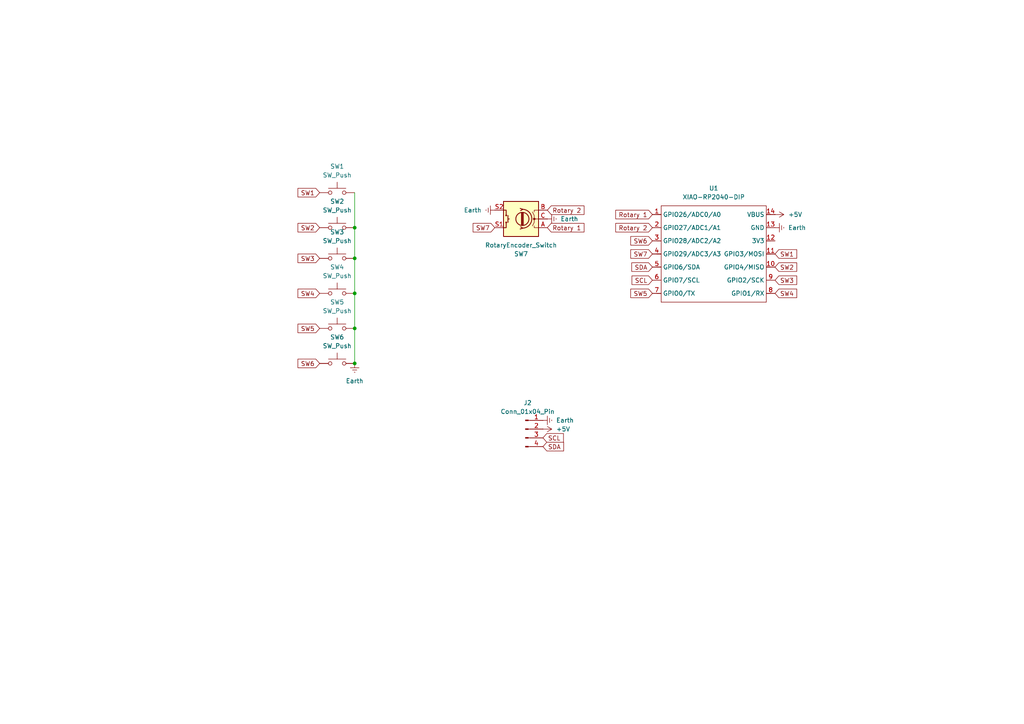
<source format=kicad_sch>
(kicad_sch
	(version 20250114)
	(generator "eeschema")
	(generator_version "9.0")
	(uuid "0748909a-822e-4115-9619-a64ac3095ee3")
	(paper "A4")
	(lib_symbols
		(symbol "Connector:Conn_01x04_Pin"
			(pin_names
				(offset 1.016)
				(hide yes)
			)
			(exclude_from_sim no)
			(in_bom yes)
			(on_board yes)
			(property "Reference" "J"
				(at 0 5.08 0)
				(effects
					(font
						(size 1.27 1.27)
					)
				)
			)
			(property "Value" "Conn_01x04_Pin"
				(at 0 -7.62 0)
				(effects
					(font
						(size 1.27 1.27)
					)
				)
			)
			(property "Footprint" ""
				(at 0 0 0)
				(effects
					(font
						(size 1.27 1.27)
					)
					(hide yes)
				)
			)
			(property "Datasheet" "~"
				(at 0 0 0)
				(effects
					(font
						(size 1.27 1.27)
					)
					(hide yes)
				)
			)
			(property "Description" "Generic connector, single row, 01x04, script generated"
				(at 0 0 0)
				(effects
					(font
						(size 1.27 1.27)
					)
					(hide yes)
				)
			)
			(property "ki_locked" ""
				(at 0 0 0)
				(effects
					(font
						(size 1.27 1.27)
					)
				)
			)
			(property "ki_keywords" "connector"
				(at 0 0 0)
				(effects
					(font
						(size 1.27 1.27)
					)
					(hide yes)
				)
			)
			(property "ki_fp_filters" "Connector*:*_1x??_*"
				(at 0 0 0)
				(effects
					(font
						(size 1.27 1.27)
					)
					(hide yes)
				)
			)
			(symbol "Conn_01x04_Pin_1_1"
				(rectangle
					(start 0.8636 2.667)
					(end 0 2.413)
					(stroke
						(width 0.1524)
						(type default)
					)
					(fill
						(type outline)
					)
				)
				(rectangle
					(start 0.8636 0.127)
					(end 0 -0.127)
					(stroke
						(width 0.1524)
						(type default)
					)
					(fill
						(type outline)
					)
				)
				(rectangle
					(start 0.8636 -2.413)
					(end 0 -2.667)
					(stroke
						(width 0.1524)
						(type default)
					)
					(fill
						(type outline)
					)
				)
				(rectangle
					(start 0.8636 -4.953)
					(end 0 -5.207)
					(stroke
						(width 0.1524)
						(type default)
					)
					(fill
						(type outline)
					)
				)
				(polyline
					(pts
						(xy 1.27 2.54) (xy 0.8636 2.54)
					)
					(stroke
						(width 0.1524)
						(type default)
					)
					(fill
						(type none)
					)
				)
				(polyline
					(pts
						(xy 1.27 0) (xy 0.8636 0)
					)
					(stroke
						(width 0.1524)
						(type default)
					)
					(fill
						(type none)
					)
				)
				(polyline
					(pts
						(xy 1.27 -2.54) (xy 0.8636 -2.54)
					)
					(stroke
						(width 0.1524)
						(type default)
					)
					(fill
						(type none)
					)
				)
				(polyline
					(pts
						(xy 1.27 -5.08) (xy 0.8636 -5.08)
					)
					(stroke
						(width 0.1524)
						(type default)
					)
					(fill
						(type none)
					)
				)
				(pin passive line
					(at 5.08 2.54 180)
					(length 3.81)
					(name "Pin_1"
						(effects
							(font
								(size 1.27 1.27)
							)
						)
					)
					(number "1"
						(effects
							(font
								(size 1.27 1.27)
							)
						)
					)
				)
				(pin passive line
					(at 5.08 0 180)
					(length 3.81)
					(name "Pin_2"
						(effects
							(font
								(size 1.27 1.27)
							)
						)
					)
					(number "2"
						(effects
							(font
								(size 1.27 1.27)
							)
						)
					)
				)
				(pin passive line
					(at 5.08 -2.54 180)
					(length 3.81)
					(name "Pin_3"
						(effects
							(font
								(size 1.27 1.27)
							)
						)
					)
					(number "3"
						(effects
							(font
								(size 1.27 1.27)
							)
						)
					)
				)
				(pin passive line
					(at 5.08 -5.08 180)
					(length 3.81)
					(name "Pin_4"
						(effects
							(font
								(size 1.27 1.27)
							)
						)
					)
					(number "4"
						(effects
							(font
								(size 1.27 1.27)
							)
						)
					)
				)
			)
			(embedded_fonts no)
		)
		(symbol "Device:RotaryEncoder_Switch"
			(pin_names
				(offset 0.254)
				(hide yes)
			)
			(exclude_from_sim no)
			(in_bom yes)
			(on_board yes)
			(property "Reference" "SW"
				(at 0 6.604 0)
				(effects
					(font
						(size 1.27 1.27)
					)
				)
			)
			(property "Value" "RotaryEncoder_Switch"
				(at 0 -6.604 0)
				(effects
					(font
						(size 1.27 1.27)
					)
				)
			)
			(property "Footprint" ""
				(at -3.81 4.064 0)
				(effects
					(font
						(size 1.27 1.27)
					)
					(hide yes)
				)
			)
			(property "Datasheet" "~"
				(at 0 6.604 0)
				(effects
					(font
						(size 1.27 1.27)
					)
					(hide yes)
				)
			)
			(property "Description" "Rotary encoder, dual channel, incremental quadrate outputs, with switch"
				(at 0 0 0)
				(effects
					(font
						(size 1.27 1.27)
					)
					(hide yes)
				)
			)
			(property "ki_keywords" "rotary switch encoder switch push button"
				(at 0 0 0)
				(effects
					(font
						(size 1.27 1.27)
					)
					(hide yes)
				)
			)
			(property "ki_fp_filters" "RotaryEncoder*Switch*"
				(at 0 0 0)
				(effects
					(font
						(size 1.27 1.27)
					)
					(hide yes)
				)
			)
			(symbol "RotaryEncoder_Switch_0_1"
				(rectangle
					(start -5.08 5.08)
					(end 5.08 -5.08)
					(stroke
						(width 0.254)
						(type default)
					)
					(fill
						(type background)
					)
				)
				(polyline
					(pts
						(xy -5.08 2.54) (xy -3.81 2.54) (xy -3.81 2.032)
					)
					(stroke
						(width 0)
						(type default)
					)
					(fill
						(type none)
					)
				)
				(polyline
					(pts
						(xy -5.08 0) (xy -3.81 0) (xy -3.81 -1.016) (xy -3.302 -2.032)
					)
					(stroke
						(width 0)
						(type default)
					)
					(fill
						(type none)
					)
				)
				(polyline
					(pts
						(xy -5.08 -2.54) (xy -3.81 -2.54) (xy -3.81 -2.032)
					)
					(stroke
						(width 0)
						(type default)
					)
					(fill
						(type none)
					)
				)
				(polyline
					(pts
						(xy -4.318 0) (xy -3.81 0) (xy -3.81 1.016) (xy -3.302 2.032)
					)
					(stroke
						(width 0)
						(type default)
					)
					(fill
						(type none)
					)
				)
				(circle
					(center -3.81 0)
					(radius 0.254)
					(stroke
						(width 0)
						(type default)
					)
					(fill
						(type outline)
					)
				)
				(polyline
					(pts
						(xy -0.635 -1.778) (xy -0.635 1.778)
					)
					(stroke
						(width 0.254)
						(type default)
					)
					(fill
						(type none)
					)
				)
				(circle
					(center -0.381 0)
					(radius 1.905)
					(stroke
						(width 0.254)
						(type default)
					)
					(fill
						(type none)
					)
				)
				(polyline
					(pts
						(xy -0.381 -1.778) (xy -0.381 1.778)
					)
					(stroke
						(width 0.254)
						(type default)
					)
					(fill
						(type none)
					)
				)
				(arc
					(start -0.381 -2.794)
					(mid -3.0988 -0.0635)
					(end -0.381 2.667)
					(stroke
						(width 0.254)
						(type default)
					)
					(fill
						(type none)
					)
				)
				(polyline
					(pts
						(xy -0.127 1.778) (xy -0.127 -1.778)
					)
					(stroke
						(width 0.254)
						(type default)
					)
					(fill
						(type none)
					)
				)
				(polyline
					(pts
						(xy 0.254 2.921) (xy -0.508 2.667) (xy 0.127 2.286)
					)
					(stroke
						(width 0.254)
						(type default)
					)
					(fill
						(type none)
					)
				)
				(polyline
					(pts
						(xy 0.254 -3.048) (xy -0.508 -2.794) (xy 0.127 -2.413)
					)
					(stroke
						(width 0.254)
						(type default)
					)
					(fill
						(type none)
					)
				)
				(polyline
					(pts
						(xy 3.81 1.016) (xy 3.81 -1.016)
					)
					(stroke
						(width 0.254)
						(type default)
					)
					(fill
						(type none)
					)
				)
				(polyline
					(pts
						(xy 3.81 0) (xy 3.429 0)
					)
					(stroke
						(width 0.254)
						(type default)
					)
					(fill
						(type none)
					)
				)
				(circle
					(center 4.318 1.016)
					(radius 0.127)
					(stroke
						(width 0.254)
						(type default)
					)
					(fill
						(type none)
					)
				)
				(circle
					(center 4.318 -1.016)
					(radius 0.127)
					(stroke
						(width 0.254)
						(type default)
					)
					(fill
						(type none)
					)
				)
				(polyline
					(pts
						(xy 5.08 2.54) (xy 4.318 2.54) (xy 4.318 1.016)
					)
					(stroke
						(width 0.254)
						(type default)
					)
					(fill
						(type none)
					)
				)
				(polyline
					(pts
						(xy 5.08 -2.54) (xy 4.318 -2.54) (xy 4.318 -1.016)
					)
					(stroke
						(width 0.254)
						(type default)
					)
					(fill
						(type none)
					)
				)
			)
			(symbol "RotaryEncoder_Switch_1_1"
				(pin passive line
					(at -7.62 2.54 0)
					(length 2.54)
					(name "A"
						(effects
							(font
								(size 1.27 1.27)
							)
						)
					)
					(number "A"
						(effects
							(font
								(size 1.27 1.27)
							)
						)
					)
				)
				(pin passive line
					(at -7.62 0 0)
					(length 2.54)
					(name "C"
						(effects
							(font
								(size 1.27 1.27)
							)
						)
					)
					(number "C"
						(effects
							(font
								(size 1.27 1.27)
							)
						)
					)
				)
				(pin passive line
					(at -7.62 -2.54 0)
					(length 2.54)
					(name "B"
						(effects
							(font
								(size 1.27 1.27)
							)
						)
					)
					(number "B"
						(effects
							(font
								(size 1.27 1.27)
							)
						)
					)
				)
				(pin passive line
					(at 7.62 2.54 180)
					(length 2.54)
					(name "S1"
						(effects
							(font
								(size 1.27 1.27)
							)
						)
					)
					(number "S1"
						(effects
							(font
								(size 1.27 1.27)
							)
						)
					)
				)
				(pin passive line
					(at 7.62 -2.54 180)
					(length 2.54)
					(name "S2"
						(effects
							(font
								(size 1.27 1.27)
							)
						)
					)
					(number "S2"
						(effects
							(font
								(size 1.27 1.27)
							)
						)
					)
				)
			)
			(embedded_fonts no)
		)
		(symbol "OPL:XIAO-RP2040-DIP"
			(exclude_from_sim no)
			(in_bom yes)
			(on_board yes)
			(property "Reference" "U"
				(at 0 0 0)
				(effects
					(font
						(size 1.27 1.27)
					)
				)
			)
			(property "Value" "XIAO-RP2040-DIP"
				(at 5.334 -1.778 0)
				(effects
					(font
						(size 1.27 1.27)
					)
				)
			)
			(property "Footprint" "Module:MOUDLE14P-XIAO-DIP-SMD"
				(at 14.478 -32.258 0)
				(effects
					(font
						(size 1.27 1.27)
					)
					(hide yes)
				)
			)
			(property "Datasheet" ""
				(at 0 0 0)
				(effects
					(font
						(size 1.27 1.27)
					)
					(hide yes)
				)
			)
			(property "Description" ""
				(at 0 0 0)
				(effects
					(font
						(size 1.27 1.27)
					)
					(hide yes)
				)
			)
			(symbol "XIAO-RP2040-DIP_1_0"
				(polyline
					(pts
						(xy -1.27 -2.54) (xy 29.21 -2.54)
					)
					(stroke
						(width 0.1524)
						(type solid)
					)
					(fill
						(type none)
					)
				)
				(polyline
					(pts
						(xy -1.27 -5.08) (xy -2.54 -5.08)
					)
					(stroke
						(width 0.1524)
						(type solid)
					)
					(fill
						(type none)
					)
				)
				(polyline
					(pts
						(xy -1.27 -5.08) (xy -1.27 -2.54)
					)
					(stroke
						(width 0.1524)
						(type solid)
					)
					(fill
						(type none)
					)
				)
				(polyline
					(pts
						(xy -1.27 -8.89) (xy -2.54 -8.89)
					)
					(stroke
						(width 0.1524)
						(type solid)
					)
					(fill
						(type none)
					)
				)
				(polyline
					(pts
						(xy -1.27 -8.89) (xy -1.27 -5.08)
					)
					(stroke
						(width 0.1524)
						(type solid)
					)
					(fill
						(type none)
					)
				)
				(polyline
					(pts
						(xy -1.27 -12.7) (xy -2.54 -12.7)
					)
					(stroke
						(width 0.1524)
						(type solid)
					)
					(fill
						(type none)
					)
				)
				(polyline
					(pts
						(xy -1.27 -12.7) (xy -1.27 -8.89)
					)
					(stroke
						(width 0.1524)
						(type solid)
					)
					(fill
						(type none)
					)
				)
				(polyline
					(pts
						(xy -1.27 -16.51) (xy -2.54 -16.51)
					)
					(stroke
						(width 0.1524)
						(type solid)
					)
					(fill
						(type none)
					)
				)
				(polyline
					(pts
						(xy -1.27 -16.51) (xy -1.27 -12.7)
					)
					(stroke
						(width 0.1524)
						(type solid)
					)
					(fill
						(type none)
					)
				)
				(polyline
					(pts
						(xy -1.27 -20.32) (xy -2.54 -20.32)
					)
					(stroke
						(width 0.1524)
						(type solid)
					)
					(fill
						(type none)
					)
				)
				(polyline
					(pts
						(xy -1.27 -24.13) (xy -2.54 -24.13)
					)
					(stroke
						(width 0.1524)
						(type solid)
					)
					(fill
						(type none)
					)
				)
				(polyline
					(pts
						(xy -1.27 -27.94) (xy -2.54 -27.94)
					)
					(stroke
						(width 0.1524)
						(type solid)
					)
					(fill
						(type none)
					)
				)
				(polyline
					(pts
						(xy -1.27 -30.48) (xy -1.27 -16.51)
					)
					(stroke
						(width 0.1524)
						(type solid)
					)
					(fill
						(type none)
					)
				)
				(polyline
					(pts
						(xy 29.21 -2.54) (xy 29.21 -5.08)
					)
					(stroke
						(width 0.1524)
						(type solid)
					)
					(fill
						(type none)
					)
				)
				(polyline
					(pts
						(xy 29.21 -5.08) (xy 29.21 -8.89)
					)
					(stroke
						(width 0.1524)
						(type solid)
					)
					(fill
						(type none)
					)
				)
				(polyline
					(pts
						(xy 29.21 -8.89) (xy 29.21 -12.7)
					)
					(stroke
						(width 0.1524)
						(type solid)
					)
					(fill
						(type none)
					)
				)
				(polyline
					(pts
						(xy 29.21 -12.7) (xy 29.21 -30.48)
					)
					(stroke
						(width 0.1524)
						(type solid)
					)
					(fill
						(type none)
					)
				)
				(polyline
					(pts
						(xy 29.21 -30.48) (xy -1.27 -30.48)
					)
					(stroke
						(width 0.1524)
						(type solid)
					)
					(fill
						(type none)
					)
				)
				(polyline
					(pts
						(xy 30.48 -5.08) (xy 29.21 -5.08)
					)
					(stroke
						(width 0.1524)
						(type solid)
					)
					(fill
						(type none)
					)
				)
				(polyline
					(pts
						(xy 30.48 -8.89) (xy 29.21 -8.89)
					)
					(stroke
						(width 0.1524)
						(type solid)
					)
					(fill
						(type none)
					)
				)
				(polyline
					(pts
						(xy 30.48 -12.7) (xy 29.21 -12.7)
					)
					(stroke
						(width 0.1524)
						(type solid)
					)
					(fill
						(type none)
					)
				)
				(polyline
					(pts
						(xy 30.48 -16.51) (xy 29.21 -16.51)
					)
					(stroke
						(width 0.1524)
						(type solid)
					)
					(fill
						(type none)
					)
				)
				(polyline
					(pts
						(xy 30.48 -20.32) (xy 29.21 -20.32)
					)
					(stroke
						(width 0.1524)
						(type solid)
					)
					(fill
						(type none)
					)
				)
				(polyline
					(pts
						(xy 30.48 -24.13) (xy 29.21 -24.13)
					)
					(stroke
						(width 0.1524)
						(type solid)
					)
					(fill
						(type none)
					)
				)
				(polyline
					(pts
						(xy 30.48 -27.94) (xy 29.21 -27.94)
					)
					(stroke
						(width 0.1524)
						(type solid)
					)
					(fill
						(type none)
					)
				)
				(pin passive line
					(at -3.81 -5.08 0)
					(length 2.54)
					(name "GPIO26/ADC0/A0"
						(effects
							(font
								(size 1.27 1.27)
							)
						)
					)
					(number "1"
						(effects
							(font
								(size 1.27 1.27)
							)
						)
					)
				)
				(pin passive line
					(at -3.81 -8.89 0)
					(length 2.54)
					(name "GPIO27/ADC1/A1"
						(effects
							(font
								(size 1.27 1.27)
							)
						)
					)
					(number "2"
						(effects
							(font
								(size 1.27 1.27)
							)
						)
					)
				)
				(pin passive line
					(at -3.81 -12.7 0)
					(length 2.54)
					(name "GPIO28/ADC2/A2"
						(effects
							(font
								(size 1.27 1.27)
							)
						)
					)
					(number "3"
						(effects
							(font
								(size 1.27 1.27)
							)
						)
					)
				)
				(pin passive line
					(at -3.81 -16.51 0)
					(length 2.54)
					(name "GPIO29/ADC3/A3"
						(effects
							(font
								(size 1.27 1.27)
							)
						)
					)
					(number "4"
						(effects
							(font
								(size 1.27 1.27)
							)
						)
					)
				)
				(pin passive line
					(at -3.81 -20.32 0)
					(length 2.54)
					(name "GPIO6/SDA"
						(effects
							(font
								(size 1.27 1.27)
							)
						)
					)
					(number "5"
						(effects
							(font
								(size 1.27 1.27)
							)
						)
					)
				)
				(pin passive line
					(at -3.81 -24.13 0)
					(length 2.54)
					(name "GPIO7/SCL"
						(effects
							(font
								(size 1.27 1.27)
							)
						)
					)
					(number "6"
						(effects
							(font
								(size 1.27 1.27)
							)
						)
					)
				)
				(pin passive line
					(at -3.81 -27.94 0)
					(length 2.54)
					(name "GPIO0/TX"
						(effects
							(font
								(size 1.27 1.27)
							)
						)
					)
					(number "7"
						(effects
							(font
								(size 1.27 1.27)
							)
						)
					)
				)
				(pin passive line
					(at 31.75 -5.08 180)
					(length 2.54)
					(name "VBUS"
						(effects
							(font
								(size 1.27 1.27)
							)
						)
					)
					(number "14"
						(effects
							(font
								(size 1.27 1.27)
							)
						)
					)
				)
				(pin passive line
					(at 31.75 -8.89 180)
					(length 2.54)
					(name "GND"
						(effects
							(font
								(size 1.27 1.27)
							)
						)
					)
					(number "13"
						(effects
							(font
								(size 1.27 1.27)
							)
						)
					)
				)
				(pin passive line
					(at 31.75 -12.7 180)
					(length 2.54)
					(name "3V3"
						(effects
							(font
								(size 1.27 1.27)
							)
						)
					)
					(number "12"
						(effects
							(font
								(size 1.27 1.27)
							)
						)
					)
				)
				(pin passive line
					(at 31.75 -16.51 180)
					(length 2.54)
					(name "GPIO3/MOSI"
						(effects
							(font
								(size 1.27 1.27)
							)
						)
					)
					(number "11"
						(effects
							(font
								(size 1.27 1.27)
							)
						)
					)
				)
				(pin passive line
					(at 31.75 -20.32 180)
					(length 2.54)
					(name "GPIO4/MISO"
						(effects
							(font
								(size 1.27 1.27)
							)
						)
					)
					(number "10"
						(effects
							(font
								(size 1.27 1.27)
							)
						)
					)
				)
				(pin passive line
					(at 31.75 -24.13 180)
					(length 2.54)
					(name "GPIO2/SCK"
						(effects
							(font
								(size 1.27 1.27)
							)
						)
					)
					(number "9"
						(effects
							(font
								(size 1.27 1.27)
							)
						)
					)
				)
				(pin passive line
					(at 31.75 -27.94 180)
					(length 2.54)
					(name "GPIO1/RX"
						(effects
							(font
								(size 1.27 1.27)
							)
						)
					)
					(number "8"
						(effects
							(font
								(size 1.27 1.27)
							)
						)
					)
				)
			)
			(embedded_fonts no)
		)
		(symbol "Switch:SW_Push"
			(pin_numbers
				(hide yes)
			)
			(pin_names
				(offset 1.016)
				(hide yes)
			)
			(exclude_from_sim no)
			(in_bom yes)
			(on_board yes)
			(property "Reference" "SW"
				(at 1.27 2.54 0)
				(effects
					(font
						(size 1.27 1.27)
					)
					(justify left)
				)
			)
			(property "Value" "SW_Push"
				(at 0 -1.524 0)
				(effects
					(font
						(size 1.27 1.27)
					)
				)
			)
			(property "Footprint" ""
				(at 0 5.08 0)
				(effects
					(font
						(size 1.27 1.27)
					)
					(hide yes)
				)
			)
			(property "Datasheet" "~"
				(at 0 5.08 0)
				(effects
					(font
						(size 1.27 1.27)
					)
					(hide yes)
				)
			)
			(property "Description" "Push button switch, generic, two pins"
				(at 0 0 0)
				(effects
					(font
						(size 1.27 1.27)
					)
					(hide yes)
				)
			)
			(property "ki_keywords" "switch normally-open pushbutton push-button"
				(at 0 0 0)
				(effects
					(font
						(size 1.27 1.27)
					)
					(hide yes)
				)
			)
			(symbol "SW_Push_0_1"
				(circle
					(center -2.032 0)
					(radius 0.508)
					(stroke
						(width 0)
						(type default)
					)
					(fill
						(type none)
					)
				)
				(polyline
					(pts
						(xy 0 1.27) (xy 0 3.048)
					)
					(stroke
						(width 0)
						(type default)
					)
					(fill
						(type none)
					)
				)
				(circle
					(center 2.032 0)
					(radius 0.508)
					(stroke
						(width 0)
						(type default)
					)
					(fill
						(type none)
					)
				)
				(polyline
					(pts
						(xy 2.54 1.27) (xy -2.54 1.27)
					)
					(stroke
						(width 0)
						(type default)
					)
					(fill
						(type none)
					)
				)
				(pin passive line
					(at -5.08 0 0)
					(length 2.54)
					(name "1"
						(effects
							(font
								(size 1.27 1.27)
							)
						)
					)
					(number "1"
						(effects
							(font
								(size 1.27 1.27)
							)
						)
					)
				)
				(pin passive line
					(at 5.08 0 180)
					(length 2.54)
					(name "2"
						(effects
							(font
								(size 1.27 1.27)
							)
						)
					)
					(number "2"
						(effects
							(font
								(size 1.27 1.27)
							)
						)
					)
				)
			)
			(embedded_fonts no)
		)
		(symbol "power:+5V"
			(power)
			(pin_numbers
				(hide yes)
			)
			(pin_names
				(offset 0)
				(hide yes)
			)
			(exclude_from_sim no)
			(in_bom yes)
			(on_board yes)
			(property "Reference" "#PWR"
				(at 0 -3.81 0)
				(effects
					(font
						(size 1.27 1.27)
					)
					(hide yes)
				)
			)
			(property "Value" "+5V"
				(at 0 3.556 0)
				(effects
					(font
						(size 1.27 1.27)
					)
				)
			)
			(property "Footprint" ""
				(at 0 0 0)
				(effects
					(font
						(size 1.27 1.27)
					)
					(hide yes)
				)
			)
			(property "Datasheet" ""
				(at 0 0 0)
				(effects
					(font
						(size 1.27 1.27)
					)
					(hide yes)
				)
			)
			(property "Description" "Power symbol creates a global label with name \"+5V\""
				(at 0 0 0)
				(effects
					(font
						(size 1.27 1.27)
					)
					(hide yes)
				)
			)
			(property "ki_keywords" "global power"
				(at 0 0 0)
				(effects
					(font
						(size 1.27 1.27)
					)
					(hide yes)
				)
			)
			(symbol "+5V_0_1"
				(polyline
					(pts
						(xy -0.762 1.27) (xy 0 2.54)
					)
					(stroke
						(width 0)
						(type default)
					)
					(fill
						(type none)
					)
				)
				(polyline
					(pts
						(xy 0 2.54) (xy 0.762 1.27)
					)
					(stroke
						(width 0)
						(type default)
					)
					(fill
						(type none)
					)
				)
				(polyline
					(pts
						(xy 0 0) (xy 0 2.54)
					)
					(stroke
						(width 0)
						(type default)
					)
					(fill
						(type none)
					)
				)
			)
			(symbol "+5V_1_1"
				(pin power_in line
					(at 0 0 90)
					(length 0)
					(name "~"
						(effects
							(font
								(size 1.27 1.27)
							)
						)
					)
					(number "1"
						(effects
							(font
								(size 1.27 1.27)
							)
						)
					)
				)
			)
			(embedded_fonts no)
		)
		(symbol "power:Earth"
			(power)
			(pin_numbers
				(hide yes)
			)
			(pin_names
				(offset 0)
				(hide yes)
			)
			(exclude_from_sim no)
			(in_bom yes)
			(on_board yes)
			(property "Reference" "#PWR"
				(at 0 -6.35 0)
				(effects
					(font
						(size 1.27 1.27)
					)
					(hide yes)
				)
			)
			(property "Value" "Earth"
				(at 0 -3.81 0)
				(effects
					(font
						(size 1.27 1.27)
					)
				)
			)
			(property "Footprint" ""
				(at 0 0 0)
				(effects
					(font
						(size 1.27 1.27)
					)
					(hide yes)
				)
			)
			(property "Datasheet" "~"
				(at 0 0 0)
				(effects
					(font
						(size 1.27 1.27)
					)
					(hide yes)
				)
			)
			(property "Description" "Power symbol creates a global label with name \"Earth\""
				(at 0 0 0)
				(effects
					(font
						(size 1.27 1.27)
					)
					(hide yes)
				)
			)
			(property "ki_keywords" "global ground gnd"
				(at 0 0 0)
				(effects
					(font
						(size 1.27 1.27)
					)
					(hide yes)
				)
			)
			(symbol "Earth_0_1"
				(polyline
					(pts
						(xy -0.635 -1.905) (xy 0.635 -1.905)
					)
					(stroke
						(width 0)
						(type default)
					)
					(fill
						(type none)
					)
				)
				(polyline
					(pts
						(xy -0.127 -2.54) (xy 0.127 -2.54)
					)
					(stroke
						(width 0)
						(type default)
					)
					(fill
						(type none)
					)
				)
				(polyline
					(pts
						(xy 0 -1.27) (xy 0 0)
					)
					(stroke
						(width 0)
						(type default)
					)
					(fill
						(type none)
					)
				)
				(polyline
					(pts
						(xy 1.27 -1.27) (xy -1.27 -1.27)
					)
					(stroke
						(width 0)
						(type default)
					)
					(fill
						(type none)
					)
				)
			)
			(symbol "Earth_1_1"
				(pin power_in line
					(at 0 0 270)
					(length 0)
					(name "~"
						(effects
							(font
								(size 1.27 1.27)
							)
						)
					)
					(number "1"
						(effects
							(font
								(size 1.27 1.27)
							)
						)
					)
				)
			)
			(embedded_fonts no)
		)
	)
	(junction
		(at 102.87 74.93)
		(diameter 0)
		(color 0 0 0 0)
		(uuid "03efb032-5972-4bfe-a49a-912efeab0bfb")
	)
	(junction
		(at 102.87 105.41)
		(diameter 0)
		(color 0 0 0 0)
		(uuid "3875c425-0f67-4969-b9ed-fb1aee239f0f")
	)
	(junction
		(at 102.87 95.25)
		(diameter 0)
		(color 0 0 0 0)
		(uuid "3ff94470-f03a-4e7c-b2af-b4a0b540dd82")
	)
	(junction
		(at 102.87 66.04)
		(diameter 0)
		(color 0 0 0 0)
		(uuid "5962012b-2441-499c-9c91-c3ededc0487d")
	)
	(junction
		(at 102.87 85.09)
		(diameter 0)
		(color 0 0 0 0)
		(uuid "68f23cfb-5cd2-446d-a533-c21e0ef4e080")
	)
	(wire
		(pts
			(xy 102.87 55.88) (xy 102.87 66.04)
		)
		(stroke
			(width 0)
			(type default)
		)
		(uuid "37b73fa3-79a6-4313-a8a5-f9d12a37c142")
	)
	(wire
		(pts
			(xy 102.87 85.09) (xy 102.87 95.25)
		)
		(stroke
			(width 0)
			(type default)
		)
		(uuid "a9127bf6-8633-4b50-9342-2237253b0169")
	)
	(wire
		(pts
			(xy 102.87 74.93) (xy 102.87 85.09)
		)
		(stroke
			(width 0)
			(type default)
		)
		(uuid "b1706f28-1838-43b0-a0cc-941d4c27153c")
	)
	(wire
		(pts
			(xy 102.87 66.04) (xy 102.87 74.93)
		)
		(stroke
			(width 0)
			(type default)
		)
		(uuid "dd6630f2-8f35-4792-8890-2adfa9216ece")
	)
	(wire
		(pts
			(xy 102.87 95.25) (xy 102.87 105.41)
		)
		(stroke
			(width 0)
			(type default)
		)
		(uuid "eaed9a55-f4db-49fc-accf-c1a5e43100a9")
	)
	(global_label "SW3"
		(shape input)
		(at 224.79 81.28 0)
		(fields_autoplaced yes)
		(effects
			(font
				(size 1.27 1.27)
			)
			(justify left)
		)
		(uuid "19d42f70-d243-4fdb-af8d-dd9cb6e54996")
		(property "Intersheetrefs" "${INTERSHEET_REFS}"
			(at 231.6456 81.28 0)
			(effects
				(font
					(size 1.27 1.27)
				)
				(justify left)
				(hide yes)
			)
		)
	)
	(global_label "Rotary 2"
		(shape input)
		(at 158.75 60.96 0)
		(fields_autoplaced yes)
		(effects
			(font
				(size 1.27 1.27)
			)
			(justify left)
		)
		(uuid "325aaad1-664b-47b3-a56c-515f4820d554")
		(property "Intersheetrefs" "${INTERSHEET_REFS}"
			(at 165.2428 60.96 0)
			(effects
				(font
					(size 1.27 1.27)
				)
				(justify left)
				(hide yes)
			)
		)
	)
	(global_label "SW1"
		(shape input)
		(at 92.71 55.88 180)
		(fields_autoplaced yes)
		(effects
			(font
				(size 1.27 1.27)
			)
			(justify right)
		)
		(uuid "54939d49-b5c7-44ba-bc36-c52fc628ca0a")
		(property "Intersheetrefs" "${INTERSHEET_REFS}"
			(at 85.8544 55.88 0)
			(effects
				(font
					(size 1.27 1.27)
				)
				(justify right)
				(hide yes)
			)
		)
	)
	(global_label "SW5"
		(shape input)
		(at 189.23 85.09 180)
		(fields_autoplaced yes)
		(effects
			(font
				(size 1.27 1.27)
			)
			(justify right)
		)
		(uuid "5cb8b9c5-2aa8-4efb-801d-55dc5799b001")
		(property "Intersheetrefs" "${INTERSHEET_REFS}"
			(at 182.3744 85.09 0)
			(effects
				(font
					(size 1.27 1.27)
				)
				(justify right)
				(hide yes)
			)
		)
	)
	(global_label "SCL"
		(shape input)
		(at 189.23 81.28 180)
		(fields_autoplaced yes)
		(effects
			(font
				(size 1.27 1.27)
			)
			(justify right)
		)
		(uuid "5e3da54d-c799-4da8-b2f7-ccc42545040b")
		(property "Intersheetrefs" "${INTERSHEET_REFS}"
			(at 182.7372 81.28 0)
			(effects
				(font
					(size 1.27 1.27)
				)
				(justify right)
				(hide yes)
			)
		)
	)
	(global_label "SDA"
		(shape input)
		(at 189.23 77.47 180)
		(fields_autoplaced yes)
		(effects
			(font
				(size 1.27 1.27)
			)
			(justify right)
		)
		(uuid "64c30b85-cb93-475b-9b2e-2e71d17d0c8c")
		(property "Intersheetrefs" "${INTERSHEET_REFS}"
			(at 182.6767 77.47 0)
			(effects
				(font
					(size 1.27 1.27)
				)
				(justify right)
				(hide yes)
			)
		)
	)
	(global_label "SW7"
		(shape input)
		(at 189.23 73.66 180)
		(fields_autoplaced yes)
		(effects
			(font
				(size 1.27 1.27)
			)
			(justify right)
		)
		(uuid "6507bc82-12bb-4f87-bc4c-d300a02c97ae")
		(property "Intersheetrefs" "${INTERSHEET_REFS}"
			(at 182.3744 73.66 0)
			(effects
				(font
					(size 1.27 1.27)
				)
				(justify right)
				(hide yes)
			)
		)
	)
	(global_label "SW6"
		(shape input)
		(at 92.71 105.41 180)
		(fields_autoplaced yes)
		(effects
			(font
				(size 1.27 1.27)
			)
			(justify right)
		)
		(uuid "81357dfb-cee7-4924-ab17-000bd7d88888")
		(property "Intersheetrefs" "${INTERSHEET_REFS}"
			(at 85.8544 105.41 0)
			(effects
				(font
					(size 1.27 1.27)
				)
				(justify right)
				(hide yes)
			)
		)
	)
	(global_label "SW1"
		(shape input)
		(at 224.79 73.66 0)
		(fields_autoplaced yes)
		(effects
			(font
				(size 1.27 1.27)
			)
			(justify left)
		)
		(uuid "8542cc14-30f3-41c0-b454-73e01fdf98a4")
		(property "Intersheetrefs" "${INTERSHEET_REFS}"
			(at 231.6456 73.66 0)
			(effects
				(font
					(size 1.27 1.27)
				)
				(justify left)
				(hide yes)
			)
		)
	)
	(global_label "SW4"
		(shape input)
		(at 224.79 85.09 0)
		(fields_autoplaced yes)
		(effects
			(font
				(size 1.27 1.27)
			)
			(justify left)
		)
		(uuid "9cc23318-733e-4181-96d7-6fb50e0cb878")
		(property "Intersheetrefs" "${INTERSHEET_REFS}"
			(at 231.6456 85.09 0)
			(effects
				(font
					(size 1.27 1.27)
				)
				(justify left)
				(hide yes)
			)
		)
	)
	(global_label "SW3"
		(shape input)
		(at 92.71 74.93 180)
		(fields_autoplaced yes)
		(effects
			(font
				(size 1.27 1.27)
			)
			(justify right)
		)
		(uuid "aca175e0-e141-44e4-8027-d2a4345eb91a")
		(property "Intersheetrefs" "${INTERSHEET_REFS}"
			(at 85.8544 74.93 0)
			(effects
				(font
					(size 1.27 1.27)
				)
				(justify right)
				(hide yes)
			)
		)
	)
	(global_label "Rotary 1"
		(shape input)
		(at 158.75 66.04 0)
		(fields_autoplaced yes)
		(effects
			(font
				(size 1.27 1.27)
			)
			(justify left)
		)
		(uuid "af524774-c300-4214-9e3a-e8850f481670")
		(property "Intersheetrefs" "${INTERSHEET_REFS}"
			(at 165.2428 66.04 0)
			(effects
				(font
					(size 1.27 1.27)
				)
				(justify left)
				(hide yes)
			)
		)
	)
	(global_label "SW5"
		(shape input)
		(at 92.71 95.25 180)
		(fields_autoplaced yes)
		(effects
			(font
				(size 1.27 1.27)
			)
			(justify right)
		)
		(uuid "af759906-ce51-4450-8823-414c25a11e23")
		(property "Intersheetrefs" "${INTERSHEET_REFS}"
			(at 85.8544 95.25 0)
			(effects
				(font
					(size 1.27 1.27)
				)
				(justify right)
				(hide yes)
			)
		)
	)
	(global_label "SW7"
		(shape input)
		(at 143.51 66.04 180)
		(fields_autoplaced yes)
		(effects
			(font
				(size 1.27 1.27)
			)
			(justify right)
		)
		(uuid "b60491f2-04a7-4b65-964c-299d89af2f05")
		(property "Intersheetrefs" "${INTERSHEET_REFS}"
			(at 136.6544 66.04 0)
			(effects
				(font
					(size 1.27 1.27)
				)
				(justify right)
				(hide yes)
			)
		)
	)
	(global_label "Rotary 1"
		(shape input)
		(at 189.23 62.23 180)
		(fields_autoplaced yes)
		(effects
			(font
				(size 1.27 1.27)
			)
			(justify right)
		)
		(uuid "c0c70cca-2335-44dd-80c3-dcd6dcb37fbd")
		(property "Intersheetrefs" "${INTERSHEET_REFS}"
			(at 178.0202 62.23 0)
			(effects
				(font
					(size 1.27 1.27)
				)
				(justify right)
				(hide yes)
			)
		)
	)
	(global_label "SW4"
		(shape input)
		(at 92.71 85.09 180)
		(fields_autoplaced yes)
		(effects
			(font
				(size 1.27 1.27)
			)
			(justify right)
		)
		(uuid "d087ecff-f2fd-4253-b046-79a3ce6fb020")
		(property "Intersheetrefs" "${INTERSHEET_REFS}"
			(at 85.8544 85.09 0)
			(effects
				(font
					(size 1.27 1.27)
				)
				(justify right)
				(hide yes)
			)
		)
	)
	(global_label "Rotary 2"
		(shape input)
		(at 189.23 66.04 180)
		(fields_autoplaced yes)
		(effects
			(font
				(size 1.27 1.27)
			)
			(justify right)
		)
		(uuid "dace1b62-b4e9-4a0f-8a07-d57e8768700e")
		(property "Intersheetrefs" "${INTERSHEET_REFS}"
			(at 178.0202 66.04 0)
			(effects
				(font
					(size 1.27 1.27)
				)
				(justify right)
				(hide yes)
			)
		)
	)
	(global_label "SDA"
		(shape input)
		(at 157.48 129.54 0)
		(fields_autoplaced yes)
		(effects
			(font
				(size 1.27 1.27)
			)
			(justify left)
		)
		(uuid "db39984f-1329-46a2-8642-fa70f73ea5b9")
		(property "Intersheetrefs" "${INTERSHEET_REFS}"
			(at 164.0333 129.54 0)
			(effects
				(font
					(size 1.27 1.27)
				)
				(justify left)
				(hide yes)
			)
		)
	)
	(global_label "SW2"
		(shape input)
		(at 224.79 77.47 0)
		(fields_autoplaced yes)
		(effects
			(font
				(size 1.27 1.27)
			)
			(justify left)
		)
		(uuid "e2b93950-86e6-4b40-a6cd-7a048b05a3b0")
		(property "Intersheetrefs" "${INTERSHEET_REFS}"
			(at 231.6456 77.47 0)
			(effects
				(font
					(size 1.27 1.27)
				)
				(justify left)
				(hide yes)
			)
		)
	)
	(global_label "SCL"
		(shape input)
		(at 157.48 127 0)
		(fields_autoplaced yes)
		(effects
			(font
				(size 1.27 1.27)
			)
			(justify left)
		)
		(uuid "e3075930-f1b4-4518-b416-2a429a8f836e")
		(property "Intersheetrefs" "${INTERSHEET_REFS}"
			(at 163.9728 127 0)
			(effects
				(font
					(size 1.27 1.27)
				)
				(justify left)
				(hide yes)
			)
		)
	)
	(global_label "SW6"
		(shape input)
		(at 189.23 69.85 180)
		(fields_autoplaced yes)
		(effects
			(font
				(size 1.27 1.27)
			)
			(justify right)
		)
		(uuid "f198efce-95a4-4fa9-98ce-74f3483daaf8")
		(property "Intersheetrefs" "${INTERSHEET_REFS}"
			(at 182.3744 69.85 0)
			(effects
				(font
					(size 1.27 1.27)
				)
				(justify right)
				(hide yes)
			)
		)
	)
	(global_label "SW2"
		(shape input)
		(at 92.71 66.04 180)
		(fields_autoplaced yes)
		(effects
			(font
				(size 1.27 1.27)
			)
			(justify right)
		)
		(uuid "fb7a20a5-fffc-4ecf-8f99-3055e1331248")
		(property "Intersheetrefs" "${INTERSHEET_REFS}"
			(at 85.8544 66.04 0)
			(effects
				(font
					(size 1.27 1.27)
				)
				(justify right)
				(hide yes)
			)
		)
	)
	(symbol
		(lib_id "power:Earth")
		(at 143.51 60.96 270)
		(unit 1)
		(exclude_from_sim no)
		(in_bom yes)
		(on_board yes)
		(dnp no)
		(fields_autoplaced yes)
		(uuid "110cced5-4988-4c5b-9774-1bc1441b91e4")
		(property "Reference" "#PWR0102"
			(at 137.16 60.96 0)
			(effects
				(font
					(size 1.27 1.27)
				)
				(hide yes)
			)
		)
		(property "Value" "Earth"
			(at 139.7 60.9599 90)
			(effects
				(font
					(size 1.27 1.27)
				)
				(justify right)
			)
		)
		(property "Footprint" ""
			(at 143.51 60.96 0)
			(effects
				(font
					(size 1.27 1.27)
				)
				(hide yes)
			)
		)
		(property "Datasheet" "~"
			(at 143.51 60.96 0)
			(effects
				(font
					(size 1.27 1.27)
				)
				(hide yes)
			)
		)
		(property "Description" "Power symbol creates a global label with name \"Earth\""
			(at 143.51 60.96 0)
			(effects
				(font
					(size 1.27 1.27)
				)
				(hide yes)
			)
		)
		(pin "1"
			(uuid "ec4115ad-5990-4c4d-a70b-de4a6c96285a")
		)
		(instances
			(project ""
				(path "/0748909a-822e-4115-9619-a64ac3095ee3"
					(reference "#PWR0102")
					(unit 1)
				)
			)
			(project ""
				(path "/0bb801f0-7483-4c50-bb57-2059259889eb"
					(reference "#PWR06")
					(unit 1)
				)
			)
		)
	)
	(symbol
		(lib_id "power:+5V")
		(at 224.79 62.23 270)
		(unit 1)
		(exclude_from_sim no)
		(in_bom yes)
		(on_board yes)
		(dnp no)
		(fields_autoplaced yes)
		(uuid "17d670cc-0cd6-4028-9d48-5e24898ec83d")
		(property "Reference" "#PWR0104"
			(at 220.98 62.23 0)
			(effects
				(font
					(size 1.27 1.27)
				)
				(hide yes)
			)
		)
		(property "Value" "+5V"
			(at 228.6 62.2299 90)
			(effects
				(font
					(size 1.27 1.27)
				)
				(justify left)
			)
		)
		(property "Footprint" ""
			(at 224.79 62.23 0)
			(effects
				(font
					(size 1.27 1.27)
				)
				(hide yes)
			)
		)
		(property "Datasheet" ""
			(at 224.79 62.23 0)
			(effects
				(font
					(size 1.27 1.27)
				)
				(hide yes)
			)
		)
		(property "Description" "Power symbol creates a global label with name \"+5V\""
			(at 224.79 62.23 0)
			(effects
				(font
					(size 1.27 1.27)
				)
				(hide yes)
			)
		)
		(pin "1"
			(uuid "32512904-424c-4918-a876-aef7cea9bfe8")
		)
		(instances
			(project ""
				(path "/0748909a-822e-4115-9619-a64ac3095ee3"
					(reference "#PWR0104")
					(unit 1)
				)
			)
			(project ""
				(path "/0bb801f0-7483-4c50-bb57-2059259889eb"
					(reference "#PWR03")
					(unit 1)
				)
			)
		)
	)
	(symbol
		(lib_id "power:Earth")
		(at 157.48 121.92 90)
		(unit 1)
		(exclude_from_sim no)
		(in_bom yes)
		(on_board yes)
		(dnp no)
		(fields_autoplaced yes)
		(uuid "39c37f21-931f-4564-9a3b-eb67d37be1fe")
		(property "Reference" "#PWR0108"
			(at 163.83 121.92 0)
			(effects
				(font
					(size 1.27 1.27)
				)
				(hide yes)
			)
		)
		(property "Value" "Earth"
			(at 161.29 121.9199 90)
			(effects
				(font
					(size 1.27 1.27)
				)
				(justify right)
			)
		)
		(property "Footprint" ""
			(at 157.48 121.92 0)
			(effects
				(font
					(size 1.27 1.27)
				)
				(hide yes)
			)
		)
		(property "Datasheet" "~"
			(at 157.48 121.92 0)
			(effects
				(font
					(size 1.27 1.27)
				)
				(hide yes)
			)
		)
		(property "Description" "Power symbol creates a global label with name \"Earth\""
			(at 157.48 121.92 0)
			(effects
				(font
					(size 1.27 1.27)
				)
				(hide yes)
			)
		)
		(pin "1"
			(uuid "4a6f120a-07a9-4eb5-995c-6dab8dce01ba")
		)
		(instances
			(project ""
				(path "/0748909a-822e-4115-9619-a64ac3095ee3"
					(reference "#PWR0108")
					(unit 1)
				)
			)
			(project "Commiemacro"
				(path "/0bb801f0-7483-4c50-bb57-2059259889eb"
					(reference "#PWR010")
					(unit 1)
				)
			)
		)
	)
	(symbol
		(lib_id "Connector:Conn_01x04_Pin")
		(at 152.4 124.46 0)
		(unit 1)
		(exclude_from_sim no)
		(in_bom yes)
		(on_board yes)
		(dnp no)
		(fields_autoplaced yes)
		(uuid "4c07542f-efeb-4a07-9d68-13b6ef195aca")
		(property "Reference" "J2"
			(at 153.035 116.84 0)
			(effects
				(font
					(size 1.27 1.27)
				)
			)
		)
		(property "Value" "Conn_01x04_Pin"
			(at 153.035 119.38 0)
			(effects
				(font
					(size 1.27 1.27)
				)
			)
		)
		(property "Footprint" "Connector:NS-Tech_Grove_1x04_P2mm_Vertical"
			(at 152.4 124.46 0)
			(effects
				(font
					(size 1.27 1.27)
				)
				(hide yes)
			)
		)
		(property "Datasheet" "~"
			(at 152.4 124.46 0)
			(effects
				(font
					(size 1.27 1.27)
				)
				(hide yes)
			)
		)
		(property "Description" "Generic connector, single row, 01x04, script generated"
			(at 152.4 124.46 0)
			(effects
				(font
					(size 1.27 1.27)
				)
				(hide yes)
			)
		)
		(pin "1"
			(uuid "c418bf73-a5a6-44c1-bf6f-92d627993b40")
		)
		(pin "2"
			(uuid "260a4a24-7d71-4204-af3b-313595d44203")
		)
		(pin "3"
			(uuid "bc2bb46f-2f49-4067-9fc5-ebb3ebf39b70")
		)
		(pin "4"
			(uuid "820721d3-2080-47bf-8649-6db66378f373")
		)
		(instances
			(project ""
				(path "/0748909a-822e-4115-9619-a64ac3095ee3"
					(reference "J2")
					(unit 1)
				)
			)
			(project "Commiemacro"
				(path "/0bb801f0-7483-4c50-bb57-2059259889eb"
					(reference "J3")
					(unit 1)
				)
			)
		)
	)
	(symbol
		(lib_id "Switch:SW_Push")
		(at 97.79 95.25 0)
		(unit 1)
		(exclude_from_sim no)
		(in_bom yes)
		(on_board yes)
		(dnp no)
		(fields_autoplaced yes)
		(uuid "4d441cb8-deda-4d62-8ca3-9561c5b89a72")
		(property "Reference" "SW5"
			(at 97.79 87.63 0)
			(effects
				(font
					(size 1.27 1.27)
				)
			)
		)
		(property "Value" "SW_Push"
			(at 97.79 90.17 0)
			(effects
				(font
					(size 1.27 1.27)
				)
			)
		)
		(property "Footprint" "Button_Switch_Keyboard:SW_Cherry_MX_1.00u_PCB"
			(at 97.79 90.17 0)
			(effects
				(font
					(size 1.27 1.27)
				)
				(hide yes)
			)
		)
		(property "Datasheet" "~"
			(at 97.79 90.17 0)
			(effects
				(font
					(size 1.27 1.27)
				)
				(hide yes)
			)
		)
		(property "Description" "Push button switch, generic, two pins"
			(at 97.79 95.25 0)
			(effects
				(font
					(size 1.27 1.27)
				)
				(hide yes)
			)
		)
		(pin "1"
			(uuid "2ceba948-6bcb-4d83-b11c-0357c5fbbe65")
		)
		(pin "2"
			(uuid "fcf5533d-224c-473e-b9f7-9873ce438c55")
		)
		(instances
			(project ""
				(path "/0748909a-822e-4115-9619-a64ac3095ee3"
					(reference "SW5")
					(unit 1)
				)
			)
			(project ""
				(path "/0bb801f0-7483-4c50-bb57-2059259889eb"
					(reference "SW3")
					(unit 1)
				)
			)
		)
	)
	(symbol
		(lib_id "power:Earth")
		(at 224.79 66.04 90)
		(unit 1)
		(exclude_from_sim no)
		(in_bom yes)
		(on_board yes)
		(dnp no)
		(fields_autoplaced yes)
		(uuid "51d5fc61-9a66-4729-8fac-807f465d6272")
		(property "Reference" "#PWR0105"
			(at 231.14 66.04 0)
			(effects
				(font
					(size 1.27 1.27)
				)
				(hide yes)
			)
		)
		(property "Value" "Earth"
			(at 228.6 66.0399 90)
			(effects
				(font
					(size 1.27 1.27)
				)
				(justify right)
			)
		)
		(property "Footprint" ""
			(at 224.79 66.04 0)
			(effects
				(font
					(size 1.27 1.27)
				)
				(hide yes)
			)
		)
		(property "Datasheet" "~"
			(at 224.79 66.04 0)
			(effects
				(font
					(size 1.27 1.27)
				)
				(hide yes)
			)
		)
		(property "Description" "Power symbol creates a global label with name \"Earth\""
			(at 224.79 66.04 0)
			(effects
				(font
					(size 1.27 1.27)
				)
				(hide yes)
			)
		)
		(pin "1"
			(uuid "84a0610b-4868-4aff-89c1-500b9ed1af93")
		)
		(instances
			(project ""
				(path "/0748909a-822e-4115-9619-a64ac3095ee3"
					(reference "#PWR0105")
					(unit 1)
				)
			)
			(project ""
				(path "/0bb801f0-7483-4c50-bb57-2059259889eb"
					(reference "#PWR02")
					(unit 1)
				)
			)
		)
	)
	(symbol
		(lib_id "power:Earth")
		(at 158.75 63.5 90)
		(unit 1)
		(exclude_from_sim no)
		(in_bom yes)
		(on_board yes)
		(dnp no)
		(fields_autoplaced yes)
		(uuid "6c124beb-1cc2-48ab-8367-6bc3870c6fa1")
		(property "Reference" "#PWR0103"
			(at 165.1 63.5 0)
			(effects
				(font
					(size 1.27 1.27)
				)
				(hide yes)
			)
		)
		(property "Value" "Earth"
			(at 162.56 63.5001 90)
			(effects
				(font
					(size 1.27 1.27)
				)
				(justify right)
			)
		)
		(property "Footprint" ""
			(at 158.75 63.5 0)
			(effects
				(font
					(size 1.27 1.27)
				)
				(hide yes)
			)
		)
		(property "Datasheet" "~"
			(at 158.75 63.5 0)
			(effects
				(font
					(size 1.27 1.27)
				)
				(hide yes)
			)
		)
		(property "Description" "Power symbol creates a global label with name \"Earth\""
			(at 158.75 63.5 0)
			(effects
				(font
					(size 1.27 1.27)
				)
				(hide yes)
			)
		)
		(pin "1"
			(uuid "305c22ec-d84b-4dc3-9ef4-931a20192dff")
		)
		(instances
			(project ""
				(path "/0748909a-822e-4115-9619-a64ac3095ee3"
					(reference "#PWR0103")
					(unit 1)
				)
			)
			(project ""
				(path "/0bb801f0-7483-4c50-bb57-2059259889eb"
					(reference "#PWR07")
					(unit 1)
				)
			)
		)
	)
	(symbol
		(lib_id "Switch:SW_Push")
		(at 97.79 74.93 0)
		(unit 1)
		(exclude_from_sim no)
		(in_bom yes)
		(on_board yes)
		(dnp no)
		(fields_autoplaced yes)
		(uuid "8232b683-6f9f-4b61-a4ed-117b3decbbc9")
		(property "Reference" "SW3"
			(at 97.79 67.31 0)
			(effects
				(font
					(size 1.27 1.27)
				)
			)
		)
		(property "Value" "SW_Push"
			(at 97.79 69.85 0)
			(effects
				(font
					(size 1.27 1.27)
				)
			)
		)
		(property "Footprint" "Button_Switch_Keyboard:SW_Cherry_MX_1.00u_PCB"
			(at 97.79 69.85 0)
			(effects
				(font
					(size 1.27 1.27)
				)
				(hide yes)
			)
		)
		(property "Datasheet" "~"
			(at 97.79 69.85 0)
			(effects
				(font
					(size 1.27 1.27)
				)
				(hide yes)
			)
		)
		(property "Description" "Push button switch, generic, two pins"
			(at 97.79 74.93 0)
			(effects
				(font
					(size 1.27 1.27)
				)
				(hide yes)
			)
		)
		(pin "1"
			(uuid "14db2154-d410-4757-879e-d9cdc7b9f12d")
		)
		(pin "2"
			(uuid "cc4cca4c-aaa3-47de-886b-89dfabaa9e47")
		)
		(instances
			(project ""
				(path "/0748909a-822e-4115-9619-a64ac3095ee3"
					(reference "SW3")
					(unit 1)
				)
			)
			(project ""
				(path "/0bb801f0-7483-4c50-bb57-2059259889eb"
					(reference "SW5")
					(unit 1)
				)
			)
		)
	)
	(symbol
		(lib_id "Device:RotaryEncoder_Switch")
		(at 151.13 63.5 180)
		(unit 1)
		(exclude_from_sim no)
		(in_bom yes)
		(on_board yes)
		(dnp no)
		(fields_autoplaced yes)
		(uuid "be93ee67-fdee-47b1-bc3c-fcfd06084344")
		(property "Reference" "SW7"
			(at 151.13 73.66 0)
			(effects
				(font
					(size 1.27 1.27)
				)
			)
		)
		(property "Value" "RotaryEncoder_Switch"
			(at 151.13 71.12 0)
			(effects
				(font
					(size 1.27 1.27)
				)
			)
		)
		(property "Footprint" "Rotary_Encoder:RotaryEncoder_Alps_EC11E-Switch_Vertical_H20mm"
			(at 154.94 67.564 0)
			(effects
				(font
					(size 1.27 1.27)
				)
				(hide yes)
			)
		)
		(property "Datasheet" "~"
			(at 151.13 70.104 0)
			(effects
				(font
					(size 1.27 1.27)
				)
				(hide yes)
			)
		)
		(property "Description" "Rotary encoder, dual channel, incremental quadrate outputs, with switch"
			(at 151.13 63.5 0)
			(effects
				(font
					(size 1.27 1.27)
				)
				(hide yes)
			)
		)
		(pin "S1"
			(uuid "c565c5b7-882f-46bd-9a9b-b7656f167212")
		)
		(pin "A"
			(uuid "ebbf1caf-9962-4357-8c4e-e08b9261f918")
		)
		(pin "B"
			(uuid "935ad858-33e3-4a92-8f52-877306e27585")
		)
		(pin "S2"
			(uuid "dc3c1441-9689-4887-9e1a-f3ec804354ea")
		)
		(pin "C"
			(uuid "fc217d73-2946-425f-b8d6-1390e414f9ae")
		)
		(instances
			(project ""
				(path "/0748909a-822e-4115-9619-a64ac3095ee3"
					(reference "SW7")
					(unit 1)
				)
			)
			(project ""
				(path "/0bb801f0-7483-4c50-bb57-2059259889eb"
					(reference "SW7")
					(unit 1)
				)
			)
		)
	)
	(symbol
		(lib_id "Switch:SW_Push")
		(at 97.79 105.41 0)
		(unit 1)
		(exclude_from_sim no)
		(in_bom yes)
		(on_board yes)
		(dnp no)
		(fields_autoplaced yes)
		(uuid "c0bc9340-6d51-4260-9061-9cebe031ffde")
		(property "Reference" "SW6"
			(at 97.79 97.79 0)
			(effects
				(font
					(size 1.27 1.27)
				)
			)
		)
		(property "Value" "SW_Push"
			(at 97.79 100.33 0)
			(effects
				(font
					(size 1.27 1.27)
				)
			)
		)
		(property "Footprint" "Button_Switch_Keyboard:SW_Cherry_MX_1.00u_PCB"
			(at 97.79 100.33 0)
			(effects
				(font
					(size 1.27 1.27)
				)
				(hide yes)
			)
		)
		(property "Datasheet" "~"
			(at 97.79 100.33 0)
			(effects
				(font
					(size 1.27 1.27)
				)
				(hide yes)
			)
		)
		(property "Description" "Push button switch, generic, two pins"
			(at 97.79 105.41 0)
			(effects
				(font
					(size 1.27 1.27)
				)
				(hide yes)
			)
		)
		(pin "1"
			(uuid "51eb9054-71a9-49c3-a5bd-5030acf9f88d")
		)
		(pin "2"
			(uuid "6af290c9-8940-4c4e-9126-302a003e4be1")
		)
		(instances
			(project ""
				(path "/0748909a-822e-4115-9619-a64ac3095ee3"
					(reference "SW6")
					(unit 1)
				)
			)
			(project ""
				(path "/0bb801f0-7483-4c50-bb57-2059259889eb"
					(reference "SW6")
					(unit 1)
				)
			)
		)
	)
	(symbol
		(lib_id "OPL:XIAO-RP2040-DIP")
		(at 193.04 57.15 0)
		(unit 1)
		(exclude_from_sim no)
		(in_bom yes)
		(on_board yes)
		(dnp no)
		(fields_autoplaced yes)
		(uuid "c21a1f34-aa90-447e-b1bd-64349635c17f")
		(property "Reference" "U1"
			(at 207.01 54.61 0)
			(effects
				(font
					(size 1.27 1.27)
				)
			)
		)
		(property "Value" "XIAO-RP2040-DIP"
			(at 207.01 57.15 0)
			(effects
				(font
					(size 1.27 1.27)
				)
			)
		)
		(property "Footprint" "OPL:XIAO-RP2040-DIP"
			(at 207.518 89.408 0)
			(effects
				(font
					(size 1.27 1.27)
				)
				(hide yes)
			)
		)
		(property "Datasheet" ""
			(at 193.04 57.15 0)
			(effects
				(font
					(size 1.27 1.27)
				)
				(hide yes)
			)
		)
		(property "Description" ""
			(at 193.04 57.15 0)
			(effects
				(font
					(size 1.27 1.27)
				)
				(hide yes)
			)
		)
		(pin "1"
			(uuid "a8779fcb-af95-4421-b76a-e04ad92d26f5")
		)
		(pin "11"
			(uuid "e817e4e6-8de4-4e4b-b7b0-043bb4d60c86")
		)
		(pin "9"
			(uuid "7c638814-af69-42ec-841e-48449126cd29")
		)
		(pin "12"
			(uuid "604dffb8-fbeb-45e8-ac9e-cb35f2f49fe2")
		)
		(pin "2"
			(uuid "e88b0282-6b3f-48f5-96eb-8e7a53db201b")
		)
		(pin "4"
			(uuid "b434f29c-3455-4062-bcd5-a6b0db0bc092")
		)
		(pin "5"
			(uuid "a7b46db3-5b03-4e7f-a249-66442d556f0c")
		)
		(pin "7"
			(uuid "09188b87-fd93-45ce-9f8a-73486be6c6cb")
		)
		(pin "13"
			(uuid "90f44168-5d78-42d8-bfb1-53be07fc43f3")
		)
		(pin "14"
			(uuid "6639f96a-b227-452d-a950-af3bd094d389")
		)
		(pin "3"
			(uuid "85b402f9-8880-4221-a138-c282b24fdf36")
		)
		(pin "10"
			(uuid "27e889d7-068c-47f5-a86c-a12b2bff9512")
		)
		(pin "8"
			(uuid "666461a9-7744-4be4-9e8b-cb40a8df35f6")
		)
		(pin "6"
			(uuid "7304bff5-72a1-427f-b2c3-0ef75d1af13a")
		)
		(instances
			(project ""
				(path "/0748909a-822e-4115-9619-a64ac3095ee3"
					(reference "U1")
					(unit 1)
				)
			)
			(project ""
				(path "/0bb801f0-7483-4c50-bb57-2059259889eb"
					(reference "U1")
					(unit 1)
				)
			)
		)
	)
	(symbol
		(lib_id "power:Earth")
		(at 102.87 105.41 0)
		(unit 1)
		(exclude_from_sim no)
		(in_bom yes)
		(on_board yes)
		(dnp no)
		(fields_autoplaced yes)
		(uuid "c6683fe3-d8b2-4218-8f06-9f6d1106ff09")
		(property "Reference" "#PWR0101"
			(at 102.87 111.76 0)
			(effects
				(font
					(size 1.27 1.27)
				)
				(hide yes)
			)
		)
		(property "Value" "Earth"
			(at 102.87 110.49 0)
			(effects
				(font
					(size 1.27 1.27)
				)
			)
		)
		(property "Footprint" ""
			(at 102.87 105.41 0)
			(effects
				(font
					(size 1.27 1.27)
				)
				(hide yes)
			)
		)
		(property "Datasheet" "~"
			(at 102.87 105.41 0)
			(effects
				(font
					(size 1.27 1.27)
				)
				(hide yes)
			)
		)
		(property "Description" "Power symbol creates a global label with name \"Earth\""
			(at 102.87 105.41 0)
			(effects
				(font
					(size 1.27 1.27)
				)
				(hide yes)
			)
		)
		(pin "1"
			(uuid "96771eac-9279-4e49-bfec-911dcf82c4c2")
		)
		(instances
			(project ""
				(path "/0748909a-822e-4115-9619-a64ac3095ee3"
					(reference "#PWR0101")
					(unit 1)
				)
			)
			(project ""
				(path "/0bb801f0-7483-4c50-bb57-2059259889eb"
					(reference "#PWR01")
					(unit 1)
				)
			)
		)
	)
	(symbol
		(lib_id "Switch:SW_Push")
		(at 97.79 66.04 0)
		(unit 1)
		(exclude_from_sim no)
		(in_bom yes)
		(on_board yes)
		(dnp no)
		(fields_autoplaced yes)
		(uuid "cf2041b4-9700-4ead-abee-193a2070371d")
		(property "Reference" "SW2"
			(at 97.79 58.42 0)
			(effects
				(font
					(size 1.27 1.27)
				)
			)
		)
		(property "Value" "SW_Push"
			(at 97.79 60.96 0)
			(effects
				(font
					(size 1.27 1.27)
				)
			)
		)
		(property "Footprint" "Button_Switch_Keyboard:SW_Cherry_MX_1.00u_PCB"
			(at 97.79 60.96 0)
			(effects
				(font
					(size 1.27 1.27)
				)
				(hide yes)
			)
		)
		(property "Datasheet" "~"
			(at 97.79 60.96 0)
			(effects
				(font
					(size 1.27 1.27)
				)
				(hide yes)
			)
		)
		(property "Description" "Push button switch, generic, two pins"
			(at 97.79 66.04 0)
			(effects
				(font
					(size 1.27 1.27)
				)
				(hide yes)
			)
		)
		(pin "1"
			(uuid "f566cd70-bbea-43c0-bfcc-d2de859a16bd")
		)
		(pin "2"
			(uuid "cc8d7d31-336d-4afd-9bb4-d735a5807e96")
		)
		(instances
			(project ""
				(path "/0748909a-822e-4115-9619-a64ac3095ee3"
					(reference "SW2")
					(unit 1)
				)
			)
			(project ""
				(path "/0bb801f0-7483-4c50-bb57-2059259889eb"
					(reference "SW4")
					(unit 1)
				)
			)
		)
	)
	(symbol
		(lib_id "power:+5V")
		(at 157.48 124.46 270)
		(unit 1)
		(exclude_from_sim no)
		(in_bom yes)
		(on_board yes)
		(dnp no)
		(fields_autoplaced yes)
		(uuid "d6ec8701-d3aa-48bf-8cbc-b9b7a4345161")
		(property "Reference" "#PWR0109"
			(at 153.67 124.46 0)
			(effects
				(font
					(size 1.27 1.27)
				)
				(hide yes)
			)
		)
		(property "Value" "+5V"
			(at 161.29 124.4599 90)
			(effects
				(font
					(size 1.27 1.27)
				)
				(justify left)
			)
		)
		(property "Footprint" ""
			(at 157.48 124.46 0)
			(effects
				(font
					(size 1.27 1.27)
				)
				(hide yes)
			)
		)
		(property "Datasheet" ""
			(at 157.48 124.46 0)
			(effects
				(font
					(size 1.27 1.27)
				)
				(hide yes)
			)
		)
		(property "Description" "Power symbol creates a global label with name \"+5V\""
			(at 157.48 124.46 0)
			(effects
				(font
					(size 1.27 1.27)
				)
				(hide yes)
			)
		)
		(pin "1"
			(uuid "6210081c-d9f1-4f4c-ae0e-8d92147711e5")
		)
		(instances
			(project ""
				(path "/0748909a-822e-4115-9619-a64ac3095ee3"
					(reference "#PWR0109")
					(unit 1)
				)
			)
			(project "Commiemacro"
				(path "/0bb801f0-7483-4c50-bb57-2059259889eb"
					(reference "#PWR011")
					(unit 1)
				)
			)
		)
	)
	(symbol
		(lib_id "Switch:SW_Push")
		(at 97.79 85.09 0)
		(unit 1)
		(exclude_from_sim no)
		(in_bom yes)
		(on_board yes)
		(dnp no)
		(fields_autoplaced yes)
		(uuid "d8026c35-1a90-4813-b00c-b2e5675c86ad")
		(property "Reference" "SW4"
			(at 97.79 77.47 0)
			(effects
				(font
					(size 1.27 1.27)
				)
			)
		)
		(property "Value" "SW_Push"
			(at 97.79 80.01 0)
			(effects
				(font
					(size 1.27 1.27)
				)
			)
		)
		(property "Footprint" "Button_Switch_Keyboard:SW_Cherry_MX_1.00u_PCB"
			(at 97.79 80.01 0)
			(effects
				(font
					(size 1.27 1.27)
				)
				(hide yes)
			)
		)
		(property "Datasheet" "~"
			(at 97.79 80.01 0)
			(effects
				(font
					(size 1.27 1.27)
				)
				(hide yes)
			)
		)
		(property "Description" "Push button switch, generic, two pins"
			(at 97.79 85.09 0)
			(effects
				(font
					(size 1.27 1.27)
				)
				(hide yes)
			)
		)
		(pin "1"
			(uuid "f6b39c6d-4298-4c78-a83a-f8fce4a377cc")
		)
		(pin "2"
			(uuid "535a6709-609b-4559-bdd1-c4a5db149279")
		)
		(instances
			(project ""
				(path "/0748909a-822e-4115-9619-a64ac3095ee3"
					(reference "SW4")
					(unit 1)
				)
			)
			(project ""
				(path "/0bb801f0-7483-4c50-bb57-2059259889eb"
					(reference "SW2")
					(unit 1)
				)
			)
		)
	)
	(symbol
		(lib_id "Switch:SW_Push")
		(at 97.79 55.88 0)
		(unit 1)
		(exclude_from_sim no)
		(in_bom yes)
		(on_board yes)
		(dnp no)
		(fields_autoplaced yes)
		(uuid "dbb6de77-4d80-46c2-b4b0-cc059081374c")
		(property "Reference" "SW1"
			(at 97.79 48.26 0)
			(effects
				(font
					(size 1.27 1.27)
				)
			)
		)
		(property "Value" "SW_Push"
			(at 97.79 50.8 0)
			(effects
				(font
					(size 1.27 1.27)
				)
			)
		)
		(property "Footprint" "Button_Switch_Keyboard:SW_Cherry_MX_1.00u_PCB"
			(at 97.79 50.8 0)
			(effects
				(font
					(size 1.27 1.27)
				)
				(hide yes)
			)
		)
		(property "Datasheet" "~"
			(at 97.79 50.8 0)
			(effects
				(font
					(size 1.27 1.27)
				)
				(hide yes)
			)
		)
		(property "Description" "Push button switch, generic, two pins"
			(at 97.79 55.88 0)
			(effects
				(font
					(size 1.27 1.27)
				)
				(hide yes)
			)
		)
		(pin "1"
			(uuid "413336f1-db35-4e7e-a300-eaede5e39b8d")
		)
		(pin "2"
			(uuid "42f27457-e68f-457b-940b-3848b28667fc")
		)
		(instances
			(project ""
				(path "/0748909a-822e-4115-9619-a64ac3095ee3"
					(reference "SW1")
					(unit 1)
				)
			)
			(project ""
				(path "/0bb801f0-7483-4c50-bb57-2059259889eb"
					(reference "SW1")
					(unit 1)
				)
			)
		)
	)
	(sheet_instances
		(path "/"
			(page "1")
		)
	)
	(embedded_fonts no)
)

</source>
